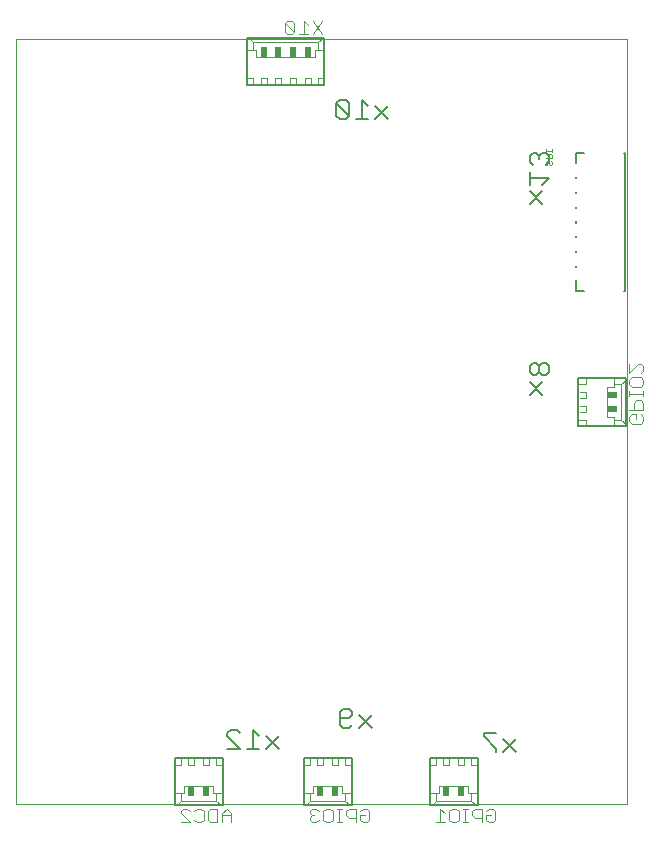
<source format=gbo>
G75*
%MOIN*%
%OFA0B0*%
%FSLAX25Y25*%
%IPPOS*%
%LPD*%
%AMOC8*
5,1,8,0,0,1.08239X$1,22.5*
%
%ADD10C,0.00000*%
%ADD11C,0.00600*%
%ADD12C,0.00800*%
%ADD13C,0.00200*%
%ADD14C,0.00400*%
%ADD15R,0.01969X0.03445*%
%ADD16R,0.03445X0.01969*%
D10*
X0007983Y0008986D02*
X0007983Y0263946D01*
X0211684Y0263946D01*
X0211684Y0008986D01*
X0007983Y0008986D01*
D11*
X0078522Y0027286D02*
X0082792Y0027286D01*
X0078522Y0031556D01*
X0078522Y0032623D01*
X0079590Y0033691D01*
X0081725Y0033691D01*
X0082792Y0032623D01*
X0087103Y0033691D02*
X0087103Y0027286D01*
X0089238Y0027286D02*
X0084968Y0027286D01*
X0089238Y0031556D02*
X0087103Y0033691D01*
X0091413Y0031556D02*
X0095683Y0027286D01*
X0095683Y0031556D02*
X0091413Y0027286D01*
X0115968Y0035353D02*
X0115968Y0039623D01*
X0117035Y0040691D01*
X0119170Y0040691D01*
X0120238Y0039623D01*
X0120238Y0038556D01*
X0119170Y0037488D01*
X0115968Y0037488D01*
X0115968Y0035353D02*
X0117035Y0034286D01*
X0119170Y0034286D01*
X0120238Y0035353D01*
X0122413Y0034286D02*
X0126683Y0038556D01*
X0126683Y0034286D02*
X0122413Y0038556D01*
X0163968Y0032691D02*
X0163968Y0031623D01*
X0168238Y0027353D01*
X0168238Y0026286D01*
X0170413Y0026286D02*
X0174683Y0030556D01*
X0174683Y0026286D02*
X0170413Y0030556D01*
X0168238Y0032691D02*
X0163968Y0032691D01*
X0179283Y0145395D02*
X0183554Y0149665D01*
X0183554Y0151840D02*
X0184621Y0151840D01*
X0185689Y0152908D01*
X0185689Y0155043D01*
X0184621Y0156110D01*
X0183554Y0156110D01*
X0182486Y0155043D01*
X0182486Y0152908D01*
X0183554Y0151840D01*
X0182486Y0152908D02*
X0181419Y0151840D01*
X0180351Y0151840D01*
X0179283Y0152908D01*
X0179283Y0155043D01*
X0180351Y0156110D01*
X0181419Y0156110D01*
X0182486Y0155043D01*
X0179283Y0149665D02*
X0183554Y0145395D01*
X0194621Y0179856D02*
X0194621Y0183497D01*
X0194621Y0188025D02*
X0194621Y0188419D01*
X0194621Y0192946D02*
X0194621Y0193340D01*
X0194621Y0197867D02*
X0194621Y0198261D01*
X0194621Y0202789D02*
X0194621Y0203182D01*
X0194621Y0207710D02*
X0194621Y0208104D01*
X0194621Y0212631D02*
X0194621Y0213025D01*
X0194621Y0217552D02*
X0194621Y0217946D01*
X0194621Y0222474D02*
X0194621Y0226115D01*
X0197476Y0226115D01*
X0185689Y0225043D02*
X0185689Y0222908D01*
X0184621Y0221840D01*
X0182486Y0223975D02*
X0182486Y0225043D01*
X0181419Y0226110D01*
X0180351Y0226110D01*
X0179283Y0225043D01*
X0179283Y0222908D01*
X0180351Y0221840D01*
X0179283Y0219665D02*
X0179283Y0215395D01*
X0179283Y0217530D02*
X0185689Y0217530D01*
X0183554Y0215395D01*
X0183554Y0213219D02*
X0179283Y0208949D01*
X0179283Y0213219D02*
X0183554Y0208949D01*
X0182486Y0225043D02*
X0183554Y0226110D01*
X0184621Y0226110D01*
X0185689Y0225043D01*
X0210665Y0226115D02*
X0211157Y0226115D01*
X0211157Y0179856D01*
X0210665Y0179856D01*
X0197476Y0179856D02*
X0194621Y0179856D01*
X0132020Y0237286D02*
X0127750Y0241556D01*
X0125574Y0241556D02*
X0123439Y0243691D01*
X0123439Y0237286D01*
X0125574Y0237286D02*
X0121304Y0237286D01*
X0119129Y0238353D02*
X0114859Y0242623D01*
X0114859Y0238353D01*
X0115926Y0237286D01*
X0118061Y0237286D01*
X0119129Y0238353D01*
X0119129Y0242623D01*
X0118061Y0243691D01*
X0115926Y0243691D01*
X0114859Y0242623D01*
X0127750Y0237286D02*
X0132020Y0241556D01*
D12*
X0110877Y0248572D02*
X0110877Y0264320D01*
X0110287Y0264320D01*
X0085680Y0264320D01*
X0085090Y0264320D01*
X0085090Y0248572D01*
X0087157Y0248572D01*
X0108810Y0248572D01*
X0110877Y0248572D01*
X0195570Y0150958D02*
X0195570Y0148891D01*
X0195570Y0137080D01*
X0195570Y0135013D01*
X0211318Y0135013D01*
X0211318Y0135604D01*
X0211318Y0150367D01*
X0211318Y0150958D01*
X0195570Y0150958D01*
X0161956Y0024399D02*
X0159889Y0024399D01*
X0148078Y0024399D01*
X0146011Y0024399D01*
X0146011Y0008651D01*
X0146602Y0008651D01*
X0161365Y0008651D01*
X0161956Y0008651D01*
X0161956Y0024399D01*
X0119956Y0024399D02*
X0119956Y0008651D01*
X0119365Y0008651D01*
X0104602Y0008651D01*
X0104011Y0008651D01*
X0104011Y0024399D01*
X0106078Y0024399D01*
X0117889Y0024399D01*
X0119956Y0024399D01*
X0076956Y0024399D02*
X0076956Y0008651D01*
X0076365Y0008651D01*
X0061602Y0008651D01*
X0061011Y0008651D01*
X0061011Y0024399D01*
X0063078Y0024399D01*
X0074889Y0024399D01*
X0076956Y0024399D01*
D13*
X0074889Y0024399D02*
X0074889Y0021938D01*
X0076857Y0021938D01*
X0072428Y0021938D02*
X0072428Y0023907D01*
X0070460Y0023907D02*
X0070460Y0021938D01*
X0072428Y0021938D01*
X0067507Y0021938D02*
X0067507Y0023907D01*
X0065539Y0023907D02*
X0065539Y0021938D01*
X0067507Y0021938D01*
X0063078Y0021938D02*
X0063078Y0024399D01*
X0063078Y0021938D02*
X0061109Y0021938D01*
X0064062Y0015049D02*
X0073905Y0015049D01*
X0073905Y0012588D01*
X0074889Y0012588D01*
X0074889Y0010127D01*
X0076365Y0008651D01*
X0074889Y0010127D02*
X0063078Y0010127D01*
X0061602Y0008651D01*
X0063078Y0010127D02*
X0063078Y0012588D01*
X0064062Y0012588D01*
X0064062Y0015049D01*
X0063078Y0012588D02*
X0061109Y0012588D01*
X0074889Y0012588D02*
X0076857Y0012588D01*
X0104109Y0012588D02*
X0106078Y0012588D01*
X0106078Y0010127D01*
X0104602Y0008651D01*
X0106078Y0010127D02*
X0117889Y0010127D01*
X0119365Y0008651D01*
X0117889Y0010127D02*
X0117889Y0012588D01*
X0119857Y0012588D01*
X0117889Y0012588D02*
X0116905Y0012588D01*
X0116905Y0015049D01*
X0107062Y0015049D01*
X0107062Y0012588D01*
X0106078Y0012588D01*
X0106078Y0021938D02*
X0106078Y0024399D01*
X0106078Y0021938D02*
X0104109Y0021938D01*
X0108539Y0021938D02*
X0110507Y0021938D01*
X0110507Y0023907D01*
X0108539Y0023907D02*
X0108539Y0021938D01*
X0113460Y0021938D02*
X0115428Y0021938D01*
X0115428Y0023907D01*
X0113460Y0023907D02*
X0113460Y0021938D01*
X0117889Y0021938D02*
X0117889Y0024399D01*
X0117889Y0021938D02*
X0119857Y0021938D01*
X0146109Y0021938D02*
X0148078Y0021938D01*
X0148078Y0024399D01*
X0150539Y0023907D02*
X0150539Y0021938D01*
X0152507Y0021938D01*
X0152507Y0023907D01*
X0155460Y0023907D02*
X0155460Y0021938D01*
X0157428Y0021938D01*
X0157428Y0023907D01*
X0159889Y0024399D02*
X0159889Y0021938D01*
X0161857Y0021938D01*
X0158905Y0015049D02*
X0158905Y0012588D01*
X0159889Y0012588D01*
X0159889Y0010127D01*
X0161365Y0008651D01*
X0159889Y0010127D02*
X0148078Y0010127D01*
X0146602Y0008651D01*
X0148078Y0010127D02*
X0148078Y0012588D01*
X0149062Y0012588D01*
X0149062Y0015049D01*
X0158905Y0015049D01*
X0159889Y0012588D02*
X0161857Y0012588D01*
X0148078Y0012588D02*
X0146109Y0012588D01*
X0198031Y0135112D02*
X0198031Y0137080D01*
X0195570Y0137080D01*
X0196062Y0139541D02*
X0198031Y0139541D01*
X0198031Y0141509D01*
X0196062Y0141509D01*
X0196062Y0144462D02*
X0198031Y0144462D01*
X0198031Y0146430D01*
X0196062Y0146430D01*
X0195570Y0148891D02*
X0198031Y0148891D01*
X0198031Y0150860D01*
X0204920Y0147907D02*
X0207381Y0147907D01*
X0207381Y0148891D01*
X0209842Y0148891D01*
X0211318Y0150367D01*
X0209842Y0148891D02*
X0209842Y0137080D01*
X0211318Y0135604D01*
X0209842Y0137080D02*
X0207381Y0137080D01*
X0207381Y0138064D01*
X0204920Y0138064D01*
X0204920Y0147907D01*
X0207381Y0148891D02*
X0207381Y0150860D01*
X0207381Y0137080D02*
X0207381Y0135112D01*
X0110779Y0251033D02*
X0108810Y0251033D01*
X0108810Y0248572D01*
X0106350Y0249064D02*
X0106350Y0251033D01*
X0104381Y0251033D01*
X0104381Y0249064D01*
X0101428Y0249064D02*
X0101428Y0251033D01*
X0099460Y0251033D01*
X0099460Y0249064D01*
X0096507Y0249064D02*
X0096507Y0251033D01*
X0094539Y0251033D01*
X0094539Y0249064D01*
X0091586Y0249064D02*
X0091586Y0251033D01*
X0089617Y0251033D01*
X0089617Y0249064D01*
X0087157Y0248572D02*
X0087157Y0251033D01*
X0085188Y0251033D01*
X0088141Y0257923D02*
X0088141Y0260383D01*
X0087157Y0260383D01*
X0087157Y0262844D01*
X0085680Y0264320D01*
X0087157Y0262844D02*
X0108810Y0262844D01*
X0110287Y0264320D01*
X0108810Y0262844D02*
X0108810Y0260383D01*
X0107826Y0260383D01*
X0107826Y0257923D01*
X0088141Y0257923D01*
X0087157Y0260383D02*
X0085188Y0260383D01*
X0108810Y0260383D02*
X0110779Y0260383D01*
D14*
X0110087Y0265504D02*
X0107017Y0270108D01*
X0105483Y0268574D02*
X0103948Y0270108D01*
X0103948Y0265504D01*
X0105483Y0265504D02*
X0102413Y0265504D01*
X0100879Y0266272D02*
X0100879Y0269341D01*
X0100111Y0270108D01*
X0098577Y0270108D01*
X0097809Y0269341D01*
X0100879Y0266272D01*
X0100111Y0265504D01*
X0098577Y0265504D01*
X0097809Y0266272D01*
X0097809Y0269341D01*
X0107017Y0265504D02*
X0110087Y0270108D01*
X0184683Y0227151D02*
X0184683Y0226451D01*
X0184683Y0226801D02*
X0186785Y0226801D01*
X0186785Y0226451D02*
X0186785Y0227151D01*
X0186435Y0225550D02*
X0185734Y0225550D01*
X0185384Y0225200D01*
X0185384Y0224149D01*
X0184683Y0224149D02*
X0186785Y0224149D01*
X0186785Y0225200D01*
X0186435Y0225550D01*
X0186435Y0223248D02*
X0186785Y0222898D01*
X0186785Y0222197D01*
X0186435Y0221847D01*
X0186085Y0221847D01*
X0185734Y0222197D01*
X0185734Y0222898D01*
X0185384Y0223248D01*
X0185034Y0223248D01*
X0184683Y0222898D01*
X0184683Y0222197D01*
X0185034Y0221847D01*
X0212502Y0155754D02*
X0212502Y0152685D01*
X0215572Y0155754D01*
X0216339Y0155754D01*
X0217106Y0154987D01*
X0217106Y0153452D01*
X0216339Y0152685D01*
X0216339Y0151150D02*
X0217106Y0150383D01*
X0217106Y0148848D01*
X0216339Y0148081D01*
X0213270Y0148081D01*
X0212502Y0148848D01*
X0212502Y0150383D01*
X0213270Y0151150D01*
X0216339Y0151150D01*
X0217106Y0146546D02*
X0217106Y0145012D01*
X0217106Y0145779D02*
X0212502Y0145779D01*
X0212502Y0145012D02*
X0212502Y0146546D01*
X0214804Y0143477D02*
X0214037Y0142710D01*
X0214037Y0140408D01*
X0212502Y0140408D02*
X0217106Y0140408D01*
X0217106Y0142710D01*
X0216339Y0143477D01*
X0214804Y0143477D01*
X0214804Y0138873D02*
X0213270Y0138873D01*
X0212502Y0138106D01*
X0212502Y0136571D01*
X0213270Y0135804D01*
X0216339Y0135804D01*
X0217106Y0136571D01*
X0217106Y0138106D01*
X0216339Y0138873D01*
X0214804Y0138873D02*
X0214804Y0137338D01*
X0167119Y0007471D02*
X0167887Y0006703D01*
X0167887Y0003634D01*
X0167119Y0002867D01*
X0165585Y0002867D01*
X0164817Y0003634D01*
X0164817Y0005169D01*
X0166352Y0005169D01*
X0164817Y0006703D02*
X0165585Y0007471D01*
X0167119Y0007471D01*
X0163283Y0007471D02*
X0163283Y0002867D01*
X0163283Y0004401D02*
X0160981Y0004401D01*
X0160213Y0005169D01*
X0160213Y0006703D01*
X0160981Y0007471D01*
X0163283Y0007471D01*
X0158679Y0007471D02*
X0157144Y0007471D01*
X0157911Y0007471D02*
X0157911Y0002867D01*
X0157144Y0002867D02*
X0158679Y0002867D01*
X0155609Y0003634D02*
X0154842Y0002867D01*
X0153307Y0002867D01*
X0152540Y0003634D01*
X0152540Y0006703D01*
X0153307Y0007471D01*
X0154842Y0007471D01*
X0155609Y0006703D01*
X0155609Y0003634D01*
X0151005Y0002867D02*
X0147936Y0002867D01*
X0149471Y0002867D02*
X0149471Y0007471D01*
X0151005Y0005936D01*
X0125887Y0006703D02*
X0125887Y0003634D01*
X0125119Y0002867D01*
X0123585Y0002867D01*
X0122817Y0003634D01*
X0122817Y0005169D01*
X0124352Y0005169D01*
X0125887Y0006703D02*
X0125119Y0007471D01*
X0123585Y0007471D01*
X0122817Y0006703D01*
X0121283Y0007471D02*
X0121283Y0002867D01*
X0121283Y0004401D02*
X0118981Y0004401D01*
X0118213Y0005169D01*
X0118213Y0006703D01*
X0118981Y0007471D01*
X0121283Y0007471D01*
X0116679Y0007471D02*
X0115144Y0007471D01*
X0115911Y0007471D02*
X0115911Y0002867D01*
X0115144Y0002867D02*
X0116679Y0002867D01*
X0113609Y0003634D02*
X0113609Y0006703D01*
X0112842Y0007471D01*
X0111307Y0007471D01*
X0110540Y0006703D01*
X0110540Y0003634D01*
X0111307Y0002867D01*
X0112842Y0002867D01*
X0113609Y0003634D01*
X0109005Y0003634D02*
X0108238Y0002867D01*
X0106704Y0002867D01*
X0105936Y0003634D01*
X0105936Y0004401D01*
X0106704Y0005169D01*
X0107471Y0005169D01*
X0106704Y0005169D02*
X0105936Y0005936D01*
X0105936Y0006703D01*
X0106704Y0007471D01*
X0108238Y0007471D01*
X0109005Y0006703D01*
X0079817Y0005936D02*
X0079817Y0002867D01*
X0079817Y0005169D02*
X0076748Y0005169D01*
X0076748Y0005936D02*
X0076748Y0002867D01*
X0075213Y0002867D02*
X0072911Y0002867D01*
X0072144Y0003634D01*
X0072144Y0006703D01*
X0072911Y0007471D01*
X0075213Y0007471D01*
X0075213Y0002867D01*
X0076748Y0005936D02*
X0078283Y0007471D01*
X0079817Y0005936D01*
X0070609Y0006703D02*
X0070609Y0003634D01*
X0069842Y0002867D01*
X0068307Y0002867D01*
X0067540Y0003634D01*
X0066005Y0002867D02*
X0062936Y0005936D01*
X0062936Y0006703D01*
X0063704Y0007471D01*
X0065238Y0007471D01*
X0066005Y0006703D01*
X0067540Y0006703D02*
X0068307Y0007471D01*
X0069842Y0007471D01*
X0070609Y0006703D01*
X0066005Y0002867D02*
X0062936Y0002867D01*
D15*
X0066523Y0013326D03*
X0071444Y0013326D03*
X0109523Y0013326D03*
X0114444Y0013326D03*
X0151523Y0013326D03*
X0156444Y0013326D03*
X0105365Y0259645D03*
X0100444Y0259645D03*
X0095523Y0259645D03*
X0090602Y0259645D03*
D16*
X0206643Y0145446D03*
X0206643Y0140525D03*
M02*

</source>
